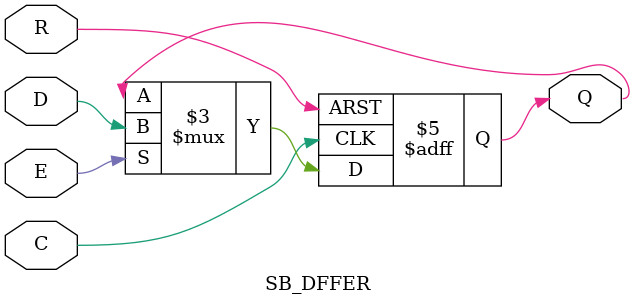
<source format=v>
module SB_DFFER (output Q, input C, E, R, D);
	reg Q = 0;
	always @(posedge C, posedge R)
		if (R)
			Q <= 0;
		else if (E)
			Q <= D;
endmodule

</source>
